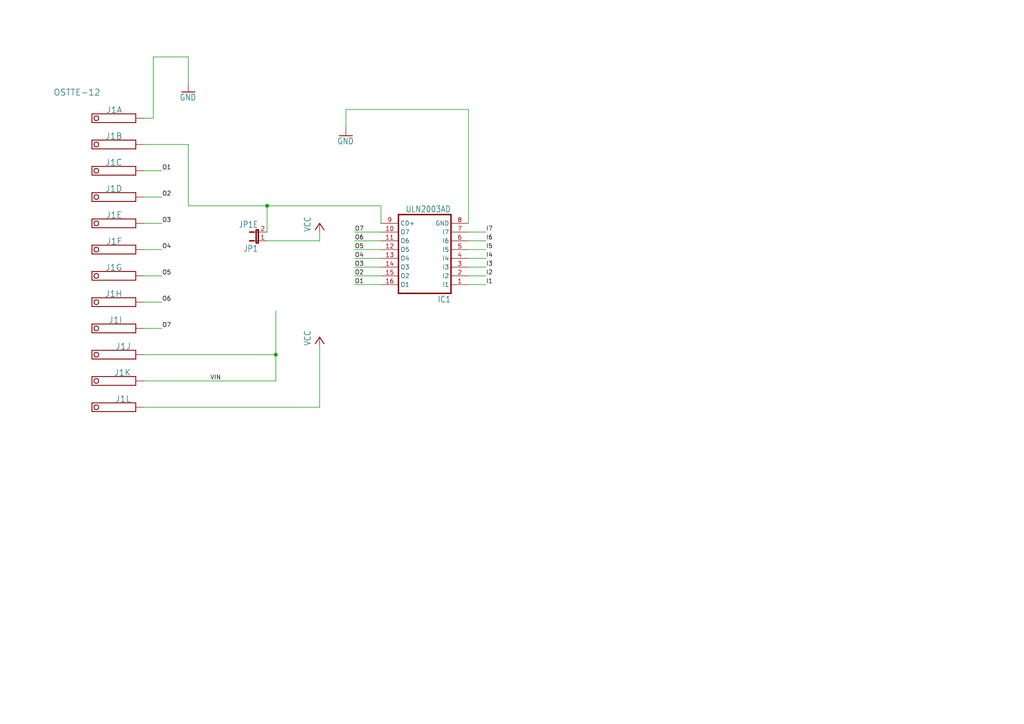
<source format=kicad_sch>
(kicad_sch (version 20230121) (generator eeschema)
  (paper "A4")
  (lib_symbols
    (symbol "paris_relay_rev_C-eagle-import:GND" (power)
      (property "Value" "GND" (at -2.54 -2.54 0))
      (symbol "GND_1_0"
        (polyline (pts (xy -1.905 0) (xy 1.905 0)) (stroke (width 0.254)))
        (pin power_in line (at 0 2.54 270) (length 2.54) (name "GND") (number "1"))
      )
    )
    (symbol "paris_relay_rev_C-eagle-import:JP1E"
      (property "Reference" "JP" (at -1.27 0 90))
      (property "Value" "JP1E" (at 5.715 0 90))
      (symbol "JP1E_1_0"
        (polyline (pts (xy -0.635 0) (xy 3.175 0)) (stroke (width 0.4064)))
        (polyline (pts (xy -0.635 0.635) (xy -0.635 0)) (stroke (width 0.4064)))
        (polyline (pts (xy 0 0) (xy 0 1.27)) (stroke (width 0.1524)))
        (polyline (pts (xy 0 2.54) (xy 0 1.27)) (stroke (width 0.4064)))
        (polyline (pts (xy 2.54 0) (xy 2.54 1.27)) (stroke (width 0.1524)))
        (polyline (pts (xy 2.54 2.54) (xy 2.54 1.27)) (stroke (width 0.4064)))
        (polyline (pts (xy 3.175 0) (xy 3.175 0.635)) (stroke (width 0.4064)))
        (polyline (pts (xy 3.175 0.635) (xy -0.635 0.635)) (stroke (width 0.4064)))
        (pin passive line (at 0 -2.54 90) (length 2.54) (name "1") (number "1"))
        (pin passive line (at 2.54 -2.54 90) (length 2.54) (name "2") (number "2"))
      )
    )
    (symbol "paris_relay_rev_C-eagle-import:OSTTE-12"
      (property "Value" "OSTTE-12" (at -5.08 1.651 0))
      (symbol "OSTTE-12_1_0"
        (polyline (pts (xy -5.08 -1.27) (xy -5.08 1.27)) (stroke (width 0.254)))
        (polyline (pts (xy -5.08 1.27) (xy 7.62 1.27)) (stroke (width 0.254)))
        (polyline (pts (xy 7.62 -1.27) (xy -5.08 -1.27)) (stroke (width 0.254)))
        (polyline (pts (xy 7.62 -1.27) (xy 7.62 1.27)) (stroke (width 0.254)))
        (circle (center 6.35 0) (radius 0.6839) (stroke (width 0.254)))
        (pin passive line (at -7.62 0 0) (length 2.54) (name "K") (number "1"))
      )
      (symbol "OSTTE-12_2_0"
        (polyline (pts (xy -5.08 -1.27) (xy -5.08 1.27)) (stroke (width 0.254)))
        (polyline (pts (xy -5.08 1.27) (xy 7.62 1.27)) (stroke (width 0.254)))
        (polyline (pts (xy 7.62 -1.27) (xy -5.08 -1.27)) (stroke (width 0.254)))
        (polyline (pts (xy 7.62 -1.27) (xy 7.62 1.27)) (stroke (width 0.254)))
        (circle (center 6.35 0) (radius 0.6839) (stroke (width 0.254)))
        (pin passive line (at -7.62 0 0) (length 2.54) (name "K") (number "2"))
      )
      (symbol "OSTTE-12_3_0"
        (polyline (pts (xy -5.08 -1.27) (xy -5.08 1.27)) (stroke (width 0.254)))
        (polyline (pts (xy -5.08 1.27) (xy 7.62 1.27)) (stroke (width 0.254)))
        (polyline (pts (xy 7.62 -1.27) (xy -5.08 -1.27)) (stroke (width 0.254)))
        (polyline (pts (xy 7.62 -1.27) (xy 7.62 1.27)) (stroke (width 0.254)))
        (circle (center 6.35 0) (radius 0.6839) (stroke (width 0.254)))
        (pin passive line (at -7.62 0 0) (length 2.54) (name "K") (number "3"))
      )
      (symbol "OSTTE-12_4_0"
        (polyline (pts (xy -5.08 -1.27) (xy -5.08 1.27)) (stroke (width 0.254)))
        (polyline (pts (xy -5.08 1.27) (xy 7.62 1.27)) (stroke (width 0.254)))
        (polyline (pts (xy 7.62 -1.27) (xy -5.08 -1.27)) (stroke (width 0.254)))
        (polyline (pts (xy 7.62 -1.27) (xy 7.62 1.27)) (stroke (width 0.254)))
        (circle (center 6.35 0) (radius 0.6839) (stroke (width 0.254)))
        (pin passive line (at -7.62 0 0) (length 2.54) (name "K") (number "4"))
      )
      (symbol "OSTTE-12_5_0"
        (polyline (pts (xy -5.08 -1.27) (xy -5.08 1.27)) (stroke (width 0.254)))
        (polyline (pts (xy -5.08 1.27) (xy 7.62 1.27)) (stroke (width 0.254)))
        (polyline (pts (xy 7.62 -1.27) (xy -5.08 -1.27)) (stroke (width 0.254)))
        (polyline (pts (xy 7.62 -1.27) (xy 7.62 1.27)) (stroke (width 0.254)))
        (circle (center 6.35 0) (radius 0.6839) (stroke (width 0.254)))
        (pin passive line (at -7.62 0 0) (length 2.54) (name "K") (number "5"))
      )
      (symbol "OSTTE-12_6_0"
        (polyline (pts (xy -5.08 -1.27) (xy -5.08 1.27)) (stroke (width 0.254)))
        (polyline (pts (xy -5.08 1.27) (xy 7.62 1.27)) (stroke (width 0.254)))
        (polyline (pts (xy 7.62 -1.27) (xy -5.08 -1.27)) (stroke (width 0.254)))
        (polyline (pts (xy 7.62 -1.27) (xy 7.62 1.27)) (stroke (width 0.254)))
        (circle (center 6.35 0) (radius 0.6839) (stroke (width 0.254)))
        (pin passive line (at -7.62 0 0) (length 2.54) (name "K") (number "6"))
      )
      (symbol "OSTTE-12_7_0"
        (polyline (pts (xy -5.08 -1.27) (xy -5.08 1.27)) (stroke (width 0.254)))
        (polyline (pts (xy -5.08 1.27) (xy 7.62 1.27)) (stroke (width 0.254)))
        (polyline (pts (xy 7.62 -1.27) (xy -5.08 -1.27)) (stroke (width 0.254)))
        (polyline (pts (xy 7.62 -1.27) (xy 7.62 1.27)) (stroke (width 0.254)))
        (circle (center 6.35 0) (radius 0.6839) (stroke (width 0.254)))
        (pin passive line (at -7.62 0 0) (length 2.54) (name "K") (number "7"))
      )
      (symbol "OSTTE-12_8_0"
        (polyline (pts (xy -5.08 -1.27) (xy -5.08 1.27)) (stroke (width 0.254)))
        (polyline (pts (xy -5.08 1.27) (xy 7.62 1.27)) (stroke (width 0.254)))
        (polyline (pts (xy 7.62 -1.27) (xy -5.08 -1.27)) (stroke (width 0.254)))
        (polyline (pts (xy 7.62 -1.27) (xy 7.62 1.27)) (stroke (width 0.254)))
        (circle (center 6.35 0) (radius 0.6839) (stroke (width 0.254)))
        (pin passive line (at -7.62 0 0) (length 2.54) (name "K") (number "8"))
      )
      (symbol "OSTTE-12_9_0"
        (polyline (pts (xy -5.08 -1.27) (xy -5.08 1.27)) (stroke (width 0.254)))
        (polyline (pts (xy -5.08 1.27) (xy 7.62 1.27)) (stroke (width 0.254)))
        (polyline (pts (xy 7.62 -1.27) (xy -5.08 -1.27)) (stroke (width 0.254)))
        (polyline (pts (xy 7.62 -1.27) (xy 7.62 1.27)) (stroke (width 0.254)))
        (circle (center 6.35 0) (radius 0.6839) (stroke (width 0.254)))
        (pin passive line (at -7.62 0 0) (length 2.54) (name "K") (number "9"))
      )
      (symbol "OSTTE-12_10_0"
        (polyline (pts (xy -5.08 -1.27) (xy -5.08 1.27)) (stroke (width 0.254)))
        (polyline (pts (xy -5.08 1.27) (xy 7.62 1.27)) (stroke (width 0.254)))
        (polyline (pts (xy 7.62 -1.27) (xy -5.08 -1.27)) (stroke (width 0.254)))
        (polyline (pts (xy 7.62 -1.27) (xy 7.62 1.27)) (stroke (width 0.254)))
        (circle (center 6.35 0) (radius 0.6839) (stroke (width 0.254)))
        (pin passive line (at -7.62 0 0) (length 2.54) (name "K") (number "10"))
      )
      (symbol "OSTTE-12_11_0"
        (polyline (pts (xy -5.08 -1.27) (xy -5.08 1.27)) (stroke (width 0.254)))
        (polyline (pts (xy -5.08 1.27) (xy 7.62 1.27)) (stroke (width 0.254)))
        (polyline (pts (xy 7.62 -1.27) (xy -5.08 -1.27)) (stroke (width 0.254)))
        (polyline (pts (xy 7.62 -1.27) (xy 7.62 1.27)) (stroke (width 0.254)))
        (circle (center 6.35 0) (radius 0.6839) (stroke (width 0.254)))
        (pin passive line (at -7.62 0 0) (length 2.54) (name "K") (number "11"))
      )
      (symbol "OSTTE-12_12_0"
        (polyline (pts (xy -5.08 -1.27) (xy -5.08 1.27)) (stroke (width 0.254)))
        (polyline (pts (xy -5.08 1.27) (xy 7.62 1.27)) (stroke (width 0.254)))
        (polyline (pts (xy 7.62 -1.27) (xy -5.08 -1.27)) (stroke (width 0.254)))
        (polyline (pts (xy 7.62 -1.27) (xy 7.62 1.27)) (stroke (width 0.254)))
        (circle (center 6.35 0) (radius 0.6839) (stroke (width 0.254)))
        (pin passive line (at -7.62 0 0) (length 2.54) (name "K") (number "12"))
      )
    )
    (symbol "paris_relay_rev_C-eagle-import:ULN2003AD"
      (property "Reference" "IC" (at -7.62 10.922 0))
      (property "Value" "ULN2003AD" (at -7.62 -15.24 0))
      (symbol "ULN2003AD_1_0"
        (polyline (pts (xy -7.62 10.16) (xy -7.62 -12.7)) (stroke (width 0.4064)))
        (polyline (pts (xy -7.62 10.16) (xy 7.62 10.16)) (stroke (width 0.4064)))
        (polyline (pts (xy 7.62 -12.7) (xy -7.62 -12.7)) (stroke (width 0.4064)))
        (polyline (pts (xy 7.62 -12.7) (xy 7.62 10.16)) (stroke (width 0.4064)))
        (pin input line (at -12.7 7.62 0) (length 5.08) (name "I1") (number "1"))
        (pin open_collector line (at 12.7 -7.62 180) (length 5.08) (name "O7") (number "10"))
        (pin open_collector line (at 12.7 -5.08 180) (length 5.08) (name "O6") (number "11"))
        (pin open_collector line (at 12.7 -2.54 180) (length 5.08) (name "O5") (number "12"))
        (pin open_collector line (at 12.7 0 180) (length 5.08) (name "O4") (number "13"))
        (pin open_collector line (at 12.7 2.54 180) (length 5.08) (name "O3") (number "14"))
        (pin open_collector line (at 12.7 5.08 180) (length 5.08) (name "O2") (number "15"))
        (pin open_collector line (at 12.7 7.62 180) (length 5.08) (name "O1") (number "16"))
        (pin input line (at -12.7 5.08 0) (length 5.08) (name "I2") (number "2"))
        (pin input line (at -12.7 2.54 0) (length 5.08) (name "I3") (number "3"))
        (pin input line (at -12.7 0 0) (length 5.08) (name "I4") (number "4"))
        (pin input line (at -12.7 -2.54 0) (length 5.08) (name "I5") (number "5"))
        (pin input line (at -12.7 -5.08 0) (length 5.08) (name "I6") (number "6"))
        (pin input line (at -12.7 -7.62 0) (length 5.08) (name "I7") (number "7"))
        (pin power_in line (at -12.7 -10.16 0) (length 5.08) (name "GND") (number "8"))
        (pin passive line (at 12.7 -10.16 180) (length 5.08) (name "CD+") (number "9"))
      )
    )
    (symbol "paris_relay_rev_C-eagle-import:VCC" (power)
      (property "Value" "VCC" (at -2.54 -2.54 90))
      (symbol "VCC_1_0"
        (polyline (pts (xy 0 0) (xy -1.27 -1.905)) (stroke (width 0.254)))
        (polyline (pts (xy 1.27 -1.905) (xy 0 0)) (stroke (width 0.254)))
        (pin power_in line (at 0 -2.54 90) (length 2.54) (name "VCC") (number "1"))
      )
    )
  )
  (junction (at 80.01 102.87))
  (junction (at 77.47 59.69))
  (wire (pts (xy 41.91 102.87) (xy 80.01 102.87)))
  (wire (pts (xy 100.33 31.75) (xy 100.33 36.83)))
  (wire (pts (xy 110.49 69.85) (xy 102.87 69.85)))
  (wire (pts (xy 110.49 64.77) (xy 110.49 59.69)))
  (wire (pts (xy 77.47 67.31) (xy 77.47 59.69)))
  (wire (pts (xy 110.49 67.31) (xy 102.87 67.31)))
  (wire (pts (xy 110.49 77.47) (xy 102.87 77.47)))
  (wire (pts (xy 77.47 59.69) (xy 54.61 59.69)))
  (wire (pts (xy 41.91 87.63) (xy 46.99 87.63)))
  (wire (pts (xy 41.91 118.11) (xy 92.71 118.11)))
  (wire (pts (xy 41.91 110.49) (xy 80.01 110.49)))
  (wire (pts (xy 110.49 59.69) (xy 77.47 59.69)))
  (wire (pts (xy 41.91 64.77) (xy 46.99 64.77)))
  (wire (pts (xy 54.61 59.69) (xy 54.61 41.91)))
  (wire (pts (xy 135.89 64.77) (xy 135.89 31.75)))
  (wire (pts (xy 135.89 72.39) (xy 140.97 72.39)))
  (wire (pts (xy 80.01 102.87) (xy 80.01 90.17)))
  (wire (pts (xy 41.91 95.25) (xy 46.99 95.25)))
  (wire (pts (xy 135.89 82.55) (xy 140.97 82.55)))
  (wire (pts (xy 41.91 49.53) (xy 46.99 49.53)))
  (wire (pts (xy 41.91 57.15) (xy 46.99 57.15)))
  (wire (pts (xy 110.49 80.01) (xy 102.87 80.01)))
  (wire (pts (xy 110.49 82.55) (xy 102.87 82.55)))
  (wire (pts (xy 44.45 16.51) (xy 54.61 16.51)))
  (wire (pts (xy 135.89 67.31) (xy 140.97 67.31)))
  (wire (pts (xy 135.89 31.75) (xy 100.33 31.75)))
  (wire (pts (xy 135.89 69.85) (xy 140.97 69.85)))
  (wire (pts (xy 41.91 80.01) (xy 46.99 80.01)))
  (wire (pts (xy 135.89 74.93) (xy 140.97 74.93)))
  (wire (pts (xy 80.01 110.49) (xy 80.01 102.87)))
  (wire (pts (xy 110.49 74.93) (xy 102.87 74.93)))
  (wire (pts (xy 135.89 77.47) (xy 140.97 77.47)))
  (wire (pts (xy 110.49 72.39) (xy 102.87 72.39)))
  (wire (pts (xy 92.71 69.85) (xy 92.71 67.31)))
  (wire (pts (xy 44.45 34.29) (xy 44.45 16.51)))
  (wire (pts (xy 92.71 118.11) (xy 92.71 100.33)))
  (wire (pts (xy 41.91 72.39) (xy 46.99 72.39)))
  (wire (pts (xy 41.91 34.29) (xy 44.45 34.29)))
  (wire (pts (xy 41.91 41.91) (xy 54.61 41.91)))
  (wire (pts (xy 77.47 69.85) (xy 92.71 69.85)))
  (wire (pts (xy 54.61 16.51) (xy 54.61 24.13)))
  (wire (pts (xy 135.89 80.01) (xy 140.97 80.01)))
  (label "I6" (at 140.97 69.85 0) (effects (font (size 1.2446 1.2446))))
  (label "O6" (at 46.99 87.63 0) (effects (font (size 1.2446 1.2446))))
  (label "O2" (at 46.99 57.15 0) (effects (font (size 1.2446 1.2446))))
  (label "O5" (at 102.87 72.39 0) (effects (font (size 1.2446 1.2446))))
  (label "I3" (at 140.97 77.47 0) (effects (font (size 1.2446 1.2446))))
  (label "O5" (at 46.99 80.01 0) (effects (font (size 1.2446 1.2446))))
  (label "O2" (at 102.87 80.01 0) (effects (font (size 1.2446 1.2446))))
  (label "I4" (at 140.97 74.93 0) (effects (font (size 1.2446 1.2446))))
  (label "I2" (at 140.97 80.01 0) (effects (font (size 1.2446 1.2446))))
  (label "VIN" (at 60.96 110.49 0) (effects (font (size 1.2446 1.2446))))
  (label "O7" (at 102.87 67.31 0) (effects (font (size 1.2446 1.2446))))
  (label "O1" (at 102.87 82.55 0) (effects (font (size 1.2446 1.2446))))
  (label "I1" (at 140.97 82.55 0) (effects (font (size 1.2446 1.2446))))
  (label "O6" (at 102.87 69.85 0) (effects (font (size 1.2446 1.2446))))
  (label "O4" (at 102.87 74.93 0) (effects (font (size 1.2446 1.2446))))
  (label "O7" (at 46.99 95.25 0) (effects (font (size 1.2446 1.2446))))
  (label "I5" (at 140.97 72.39 0) (effects (font (size 1.2446 1.2446))))
  (label "O3" (at 46.99 64.77 0) (effects (font (size 1.2446 1.2446))))
  (label "O4" (at 46.99 72.39 0) (effects (font (size 1.2446 1.2446))))
  (label "O1" (at 46.99 49.53 0) (effects (font (size 1.2446 1.2446))))
  (label "I7" (at 140.97 67.31 0) (effects (font (size 1.2446 1.2446))))
  (label "O3" (at 102.87 77.47 0) (effects (font (size 1.2446 1.2446))))
  (symbol (lib_id "paris_relay_rev_C-eagle-import:ULN2003AD") (at 123.19 74.93 180) (unit 1)
    (property "Reference" "IC1" (at 130.81 85.852 0) (effects (font (size 1.778 1.5113)) (justify left bottom)))
    (property "Value" "ULN2003AD" (at 130.81 59.69 0) (effects (font (size 1.778 1.5113)) (justify left bottom)))
    (property "Footprint" "paris_relay_rev_C:SO16" (effects hide))
    (instances (project "paris" (path "" (reference "IC1") (unit 1)) (path "" (reference "IC1") (unit 1))) (project "paris_relay_rev_C" (path "" (reference "IC2") (unit 1))))
  )
  (symbol (lib_id "paris_relay_rev_C-eagle-import:OSTTE-12") (at 34.29 57.15 180) (unit 4)
    (property "Reference" "J1" (at 35.56 53.721 0) (effects (font (size 1.778 1.778)) (justify left bottom)))
    (property "Value" "OSTTE-12" (effects hide))
    (property "Footprint" "paris_relay_rev_C:PINHEAD-12" (effects hide))
  )
  (symbol (lib_id "paris_relay_rev_C-eagle-import:OSTTE-12") (at 34.29 110.49 180) (unit 11)
    (property "Reference" "J1" (at 38.1 107.061 0) (effects (font (size 1.778 1.778)) (justify left bottom)))
    (property "Value" "OSTTE-12" (effects hide))
    (property "Footprint" "paris_relay_rev_C:PINHEAD-12" (effects hide))
  )
  (symbol (lib_id "paris_relay_rev_C-eagle-import:OSTTE-12") (at 34.29 102.87 180) (unit 10)
    (property "Reference" "J1" (at 38.1 99.441 0) (effects (font (size 1.778 1.778)) (justify left bottom)))
    (property "Value" "OSTTE-12" (effects hide))
    (property "Footprint" "paris_relay_rev_C:PINHEAD-12" (effects hide))
  )
  (symbol (lib_id "paris_relay_rev_C-eagle-import:OSTTE-12") (at 34.29 80.01 180) (unit 7)
    (property "Reference" "J1" (at 35.56 76.581 0) (effects (font (size 1.778 1.778)) (justify left bottom)))
    (property "Value" "OSTTE-12" (effects hide))
    (property "Footprint" "paris_relay_rev_C:PINHEAD-12" (effects hide))
  )
  (symbol (lib_id "paris_relay_rev_C-eagle-import:GND") (at 100.33 39.37 0) (unit 1)
    (property "Reference" "#GND02" (effects hide))
    (property "Value" "GND" (at 97.79 41.91 0) (effects (font (size 1.778 1.5113)) (justify left bottom)))
    (property "Footprint" "paris_relay_rev_C:" (effects hide))
    (instances (project "paris" (path "" (reference "#GND02") (unit 1)) (path "" (reference "#GND02") (unit 1))) (project "paris_relay_rev_C" (path "" (reference "#GND18") (unit 1))))
  )
  (symbol (lib_id "paris_relay_rev_C-eagle-import:OSTTE-12") (at 34.29 118.11 180) (unit 12)
    (property "Reference" "J1" (at 38.1 114.681 0) (effects (font (size 1.778 1.778)) (justify left bottom)))
    (property "Value" "OSTTE-12" (effects hide))
    (property "Footprint" "paris_relay_rev_C:PINHEAD-12" (effects hide))
  )
  (symbol (lib_id "paris_relay_rev_C-eagle-import:OSTTE-12") (at 34.29 72.39 180) (unit 6)
    (property "Reference" "J1" (at 35.56 68.961 0) (effects (font (size 1.778 1.778)) (justify left bottom)))
    (property "Value" "OSTTE-12" (effects hide))
    (property "Footprint" "paris_relay_rev_C:PINHEAD-12" (effects hide))
  )
  (symbol (lib_id "paris_relay_rev_C-eagle-import:OSTTE-12") (at 34.29 49.53 180) (unit 3)
    (property "Reference" "J1" (at 35.56 46.101 0) (effects (font (size 1.778 1.778)) (justify left bottom)))
    (property "Value" "OSTTE-12" (effects hide))
    (property "Footprint" "paris_relay_rev_C:PINHEAD-12" (effects hide))
  )
  (symbol (lib_id "paris_relay_rev_C-eagle-import:GND") (at 54.61 26.67 0) (unit 1)
    (property "Reference" "#GND01" (effects hide))
    (property "Value" "GND" (at 52.07 29.21 0) (effects (font (size 1.778 1.5113)) (justify left bottom)))
    (property "Footprint" "paris_relay_rev_C:" (effects hide))
    (instances (project "paris" (path "" (reference "#GND01") (unit 1)) (path "" (reference "#GND01") (unit 1))) (project "paris_relay_rev_C" (path "" (reference "#GND17") (unit 1))))
  )
  (symbol (lib_id "paris_relay_rev_C-eagle-import:VCC") (at 92.71 97.79 0) (unit 1)
    (property "Reference" "#P+02" (effects hide))
    (property "Value" "VCC" (at 90.17 100.33 90) (effects (font (size 1.778 1.5113)) (justify left bottom)))
    (property "Footprint" "paris_relay_rev_C:" (effects hide))
    (instances (project "paris" (path "" (reference "#P+02") (unit 1)) (path "" (reference "#P+02") (unit 1))) (project "paris_relay_rev_C" (path "" (reference "#P+5") (unit 1))))
  )
  (symbol (lib_id "paris_relay_rev_C-eagle-import:OSTTE-12") (at 34.29 64.77 180) (unit 5)
    (property "Reference" "J1" (at 35.56 61.341 0) (effects (font (size 1.778 1.778)) (justify left bottom)))
    (property "Value" "OSTTE-12" (effects hide))
    (property "Footprint" "paris_relay_rev_C:PINHEAD-12" (effects hide))
  )
  (symbol (lib_id "paris_relay_rev_C-eagle-import:OSTTE-12") (at 34.29 87.63 180) (unit 8)
    (property "Reference" "J1" (at 35.56 84.201 0) (effects (font (size 1.778 1.778)) (justify left bottom)))
    (property "Value" "OSTTE-12" (effects hide))
    (property "Footprint" "paris_relay_rev_C:PINHEAD-12" (effects hide))
  )
  (symbol (lib_id "paris_relay_rev_C-eagle-import:JP1E") (at 74.93 69.85 90) (unit 1)
    (property "Reference" "JP1" (at 74.93 71.12 90) (effects (font (size 1.778 1.5113)) (justify left bottom)))
    (property "Value" "JP1E" (at 74.93 64.135 90) (effects (font (size 1.778 1.5113)) (justify left bottom)))
    (property "Footprint" "paris_relay_rev_C:JP1" (effects hide))
  )
  (symbol (lib_id "paris_relay_rev_C-eagle-import:OSTTE-12") (at 34.29 95.25 180) (unit 9)
    (property "Reference" "J1" (at 35.56 91.821 0) (effects (font (size 1.778 1.778)) (justify left bottom)))
    (property "Value" "OSTTE-12" (effects hide))
    (property "Footprint" "paris_relay_rev_C:PINHEAD-12" (effects hide))
  )
  (symbol (lib_id "paris_relay_rev_C-eagle-import:OSTTE-12") (at 34.29 34.29 180) (unit 1)
    (property "Reference" "J1" (at 35.56 30.861 0) (effects (font (size 1.778 1.778)) (justify left bottom)))
    (property "Value" "OSTTE-12" (at 29.21 25.781 0) (effects (font (size 1.778 1.778)) (justify left bottom)))
    (property "Footprint" "paris_relay_rev_C:PINHEAD-12" (effects hide))
  )
  (symbol (lib_id "paris_relay_rev_C-eagle-import:OSTTE-12") (at 34.29 41.91 180) (unit 2)
    (property "Reference" "J1" (at 35.56 38.481 0) (effects (font (size 1.778 1.778)) (justify left bottom)))
    (property "Value" "OSTTE-12" (effects hide))
    (property "Footprint" "paris_relay_rev_C:PINHEAD-12" (effects hide))
  )
  (symbol (lib_id "paris_relay_rev_C-eagle-import:VCC") (at 92.71 64.77 0) (unit 1)
    (property "Reference" "#P+01" (effects hide))
    (property "Value" "VCC" (at 90.17 67.31 90) (effects (font (size 1.778 1.5113)) (justify left bottom)))
    (property "Footprint" "paris_relay_rev_C:" (effects hide))
    (instances (project "paris" (path "" (reference "#P+01") (unit 1)) (path "" (reference "#P+01") (unit 1))) (project "paris_relay_rev_C" (path "" (reference "#P+2") (unit 1))))
  )
)
</source>
